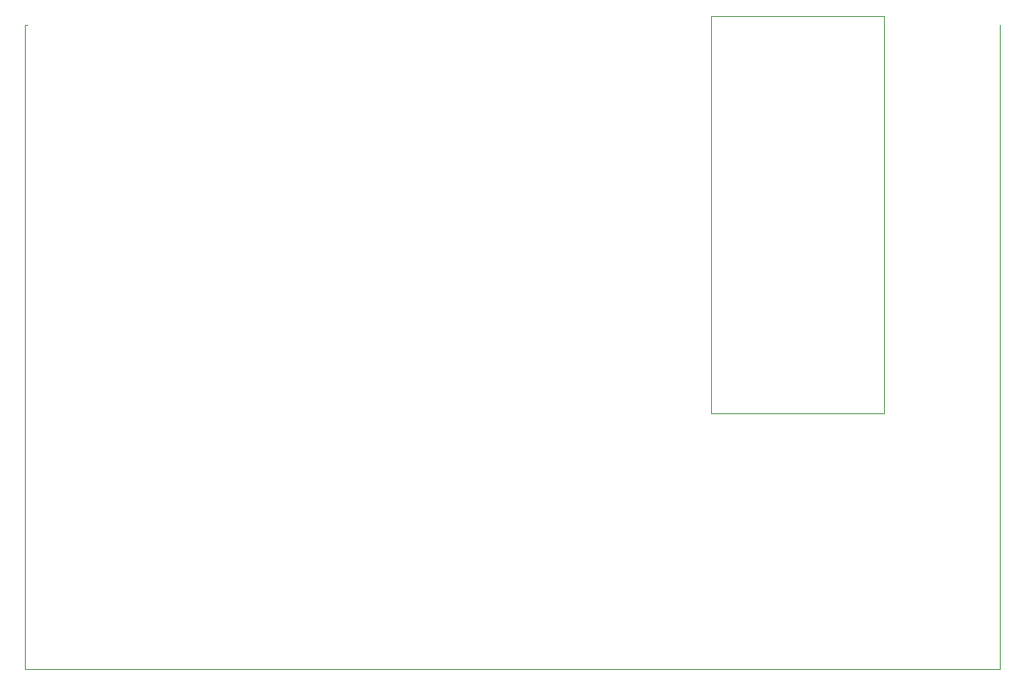
<source format=gbr>
G04 #@! TF.GenerationSoftware,KiCad,Pcbnew,5.1.4-e60b266~84~ubuntu18.04.1*
G04 #@! TF.CreationDate,2019-09-29T18:28:35-04:00*
G04 #@! TF.ProjectId,ib4,6962342e-6b69-4636-9164-5f7063625858,rev?*
G04 #@! TF.SameCoordinates,Original*
G04 #@! TF.FileFunction,Profile,NP*
%FSLAX46Y46*%
G04 Gerber Fmt 4.6, Leading zero omitted, Abs format (unit mm)*
G04 Created by KiCad (PCBNEW 5.1.4-e60b266~84~ubuntu18.04.1) date 2019-09-29 18:28:35*
%MOMM*%
%LPD*%
G04 APERTURE LIST*
%ADD10C,0.050000*%
G04 APERTURE END LIST*
D10*
X122750000Y-26250000D02*
X122250000Y-26250000D01*
X122750000Y-68000000D02*
X122750000Y-26250000D01*
X122500000Y-68000000D02*
X122750000Y-68000000D01*
X104500000Y-26250000D02*
X122250000Y-26250000D01*
X104500000Y-68000000D02*
X104500000Y-26250000D01*
X122500000Y-68000000D02*
X104500000Y-68000000D01*
X32258000Y-27178000D02*
X32512000Y-27178000D01*
X32258000Y-94996000D02*
X32258000Y-27178000D01*
X134874000Y-94996000D02*
X32258000Y-94996000D01*
X134874000Y-27178000D02*
X134874000Y-94996000D01*
M02*

</source>
